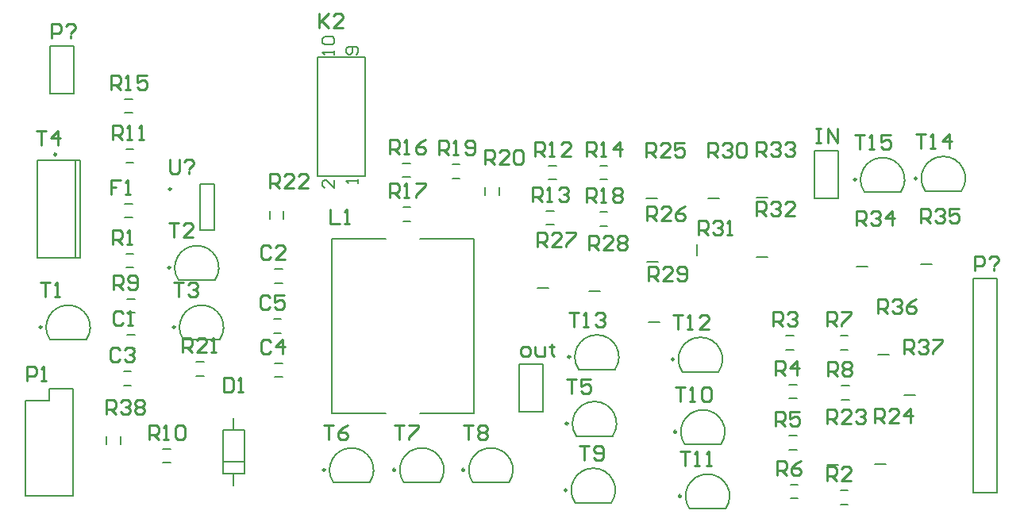
<source format=gto>
G04*
G04 #@! TF.GenerationSoftware,Altium Limited,Altium Designer,21.1.1 (26)*
G04*
G04 Layer_Color=65535*
%FSLAX25Y25*%
%MOIN*%
G70*
G04*
G04 #@! TF.SameCoordinates,B1EDFFF0-04F4-4B73-9F12-1C7DDB0DF417*
G04*
G04*
G04 #@! TF.FilePolarity,Positive*
G04*
G01*
G75*
%ADD10C,0.00984*%
%ADD11C,0.00787*%
%ADD12C,0.00800*%
%ADD13C,0.01000*%
D10*
X383378Y140500D02*
G03*
X383378Y140500I-492J0D01*
G01*
X337378Y116000D02*
G03*
X337378Y116000I-492J0D01*
G01*
X484378Y247000D02*
G03*
X484378Y247000I-492J0D01*
G01*
X458878Y246500D02*
G03*
X458878Y246500I-492J0D01*
G01*
X338878Y172000D02*
G03*
X338878Y172000I-492J0D01*
G01*
X382378Y171000D02*
G03*
X382378Y171000I-492J0D01*
G01*
X385378Y113500D02*
G03*
X385378Y113500I-492J0D01*
G01*
X294378Y124500D02*
G03*
X294378Y124500I-492J0D01*
G01*
X265378D02*
G03*
X265378Y124500I-492J0D01*
G01*
X235878D02*
G03*
X235878Y124500I-492J0D01*
G01*
X337878Y144000D02*
G03*
X337878Y144000I-492J0D01*
G01*
X170878Y209500D02*
G03*
X170878Y209500I-492J0D01*
G01*
X171244Y242500D02*
G03*
X171244Y242500I-492J0D01*
G01*
X122992Y257031D02*
G03*
X122992Y257031I-492J0D01*
G01*
X172878Y184500D02*
G03*
X172878Y184500I-492J0D01*
G01*
X116878D02*
G03*
X116878Y184500I-492J0D01*
G01*
D11*
X402114Y135243D02*
G03*
X386887Y135242I-7614J5257D01*
G01*
X356114Y110743D02*
G03*
X340887Y110742I-7614J5257D01*
G01*
X503114Y241743D02*
G03*
X487887Y241742I-7614J5257D01*
G01*
X477614Y241244D02*
G03*
X462387Y241242I-7614J5257D01*
G01*
X357614Y166744D02*
G03*
X342387Y166742I-7614J5257D01*
G01*
X401114Y165744D02*
G03*
X385887Y165742I-7614J5257D01*
G01*
X404114Y108244D02*
G03*
X388887Y108242I-7614J5257D01*
G01*
X313114Y119244D02*
G03*
X297887Y119242I-7614J5257D01*
G01*
X284114Y119244D02*
G03*
X268887Y119242I-7614J5257D01*
G01*
X254614Y119244D02*
G03*
X239387Y119242I-7614J5257D01*
G01*
X356614Y138743D02*
G03*
X341387Y138742I-7614J5257D01*
G01*
X189614Y204243D02*
G03*
X174387Y204242I-7614J5257D01*
G01*
X191614Y179244D02*
G03*
X176387Y179242I-7614J5257D01*
G01*
X135614Y179244D02*
G03*
X120387Y179242I-7614J5257D01*
G01*
X386887Y135244D02*
X402113D01*
X340887Y110744D02*
X356113D01*
X441500Y258500D02*
X451500D01*
Y238500D02*
Y258500D01*
X441500Y238500D02*
X451500D01*
X441500D02*
Y258500D01*
X486138Y210976D02*
X490862D01*
X459138Y209976D02*
X463862D01*
X487887Y241744D02*
X503113D01*
X462387Y241244D02*
X477613D01*
X508000Y205000D02*
X518000D01*
Y115000D02*
Y205000D01*
X508000Y115000D02*
X518000D01*
X508000D02*
Y205000D01*
X479138Y155976D02*
X483862D01*
X468138Y172976D02*
X472862D01*
X452240Y110047D02*
X455390D01*
X452240Y115953D02*
X455390D01*
X466638Y126976D02*
X471362D01*
X446638Y126520D02*
X451362D01*
X452740Y154047D02*
X455890D01*
X452740Y159953D02*
X455890D01*
X452240Y175047D02*
X455390D01*
X452240Y180953D02*
X455390D01*
X431240Y112547D02*
X434390D01*
X431240Y118453D02*
X434390D01*
X430740Y133047D02*
X433890D01*
X430740Y138953D02*
X433890D01*
X430740Y154547D02*
X433890D01*
X430740Y160453D02*
X433890D01*
X429425Y175047D02*
X432575D01*
X429425Y180953D02*
X432575D01*
X342387Y166744D02*
X357613D01*
X385887Y165744D02*
X401113D01*
X388887Y108244D02*
X404113D01*
X297887Y119244D02*
X313113D01*
X268887D02*
X284113D01*
X239387D02*
X254613D01*
X341387Y138744D02*
X356613D01*
X417138Y213976D02*
X421862D01*
X417138Y238976D02*
X421862D01*
X392063Y214638D02*
Y219362D01*
X396638Y238476D02*
X401362D01*
X371638Y186476D02*
X376362D01*
X346638Y199476D02*
X351362D01*
X325138Y200976D02*
X329862D01*
X371138Y211976D02*
X375862D01*
X370638Y238476D02*
X375362D01*
X351240Y227047D02*
X354390D01*
X351240Y232953D02*
X354390D01*
X351240Y246547D02*
X354390D01*
X351240Y252453D02*
X354390D01*
X328740Y227547D02*
X331890D01*
X328740Y233453D02*
X331890D01*
X329740Y246547D02*
X332890D01*
X329740Y252453D02*
X332890D01*
X308953Y240110D02*
Y243260D01*
X303047Y240110D02*
Y243260D01*
X289240Y247047D02*
X292390D01*
X289240Y252953D02*
X292390D01*
X268610Y229047D02*
X271760D01*
X268610Y234953D02*
X271760D01*
X268425Y247516D02*
X271575D01*
X268425Y253421D02*
X271575D01*
X151740Y274547D02*
X154890D01*
X151740Y280453D02*
X154890D01*
X252815Y248000D02*
Y298000D01*
X232815Y248000D02*
Y298000D01*
Y248000D02*
X252815D01*
X232815Y298000D02*
X252815D01*
X317500Y169000D02*
X327500D01*
Y149000D02*
Y169000D01*
X317500Y149000D02*
X327500D01*
X317500D02*
Y169000D01*
X238579Y148386D02*
Y221614D01*
X298421Y148386D02*
Y221614D01*
X238579Y148386D02*
X261433D01*
X238579Y221614D02*
X261433D01*
X275567Y148386D02*
X298421D01*
X275567Y221614D02*
X298421D01*
X218453Y230110D02*
Y233260D01*
X212547Y230110D02*
Y233260D01*
X214740Y203047D02*
X217890D01*
X214740Y208953D02*
X217890D01*
X214240Y182047D02*
X217390D01*
X214240Y187953D02*
X217390D01*
X214740Y163547D02*
X217890D01*
X214740Y169453D02*
X217890D01*
X152240Y253547D02*
X155390D01*
X152240Y259453D02*
X155390D01*
X192874Y122846D02*
Y141154D01*
Y122846D02*
X202126D01*
Y141154D01*
X192874D02*
X202126D01*
X197500D02*
Y146154D01*
Y117846D02*
Y122846D01*
X192874Y127846D02*
X202126D01*
X174387Y204244D02*
X189613D01*
X151740Y230547D02*
X154890D01*
X151740Y236453D02*
X154890D01*
X183248Y225354D02*
Y244646D01*
Y225354D02*
X189382D01*
Y244646D01*
X183248D02*
X189382D01*
X152240Y209547D02*
X155390D01*
X152240Y215453D02*
X155390D01*
X152740Y190547D02*
X155890D01*
X152740Y196453D02*
X155890D01*
X131043Y213528D02*
Y254472D01*
X133012Y213528D02*
Y254472D01*
X114902Y213528D02*
Y254472D01*
Y213528D02*
X133012D01*
X114902Y254472D02*
X133012D01*
X181740Y164047D02*
X184890D01*
X181740Y169953D02*
X184890D01*
X120500Y302500D02*
X130500D01*
Y282500D02*
Y302500D01*
X120500Y282500D02*
X130500D01*
X120500D02*
Y302500D01*
X176387Y179244D02*
X191613D01*
X120387D02*
X135613D01*
X149953Y135425D02*
Y138575D01*
X144047Y135425D02*
Y138575D01*
X167740Y127547D02*
X170890D01*
X167740Y133453D02*
X170890D01*
X151240Y160047D02*
X154390D01*
X151240Y165953D02*
X154390D01*
X110000Y113500D02*
X130000D01*
Y158500D01*
X120000D02*
X130000D01*
X120000Y153500D02*
Y158500D01*
X110000Y153500D02*
X120000D01*
X110000Y113500D02*
Y153500D01*
X152740Y175547D02*
X155890D01*
X152740Y181453D02*
X155890D01*
D12*
X239815Y299000D02*
Y300666D01*
Y299833D01*
X234817D01*
X235650Y299000D01*
Y303165D02*
X234817Y303998D01*
Y305664D01*
X235650Y306498D01*
X238982D01*
X239815Y305664D01*
Y303998D01*
X238982Y303165D01*
X235650D01*
X248982Y299000D02*
X249815Y299833D01*
Y301499D01*
X248982Y302332D01*
X245650D01*
X244817Y301499D01*
Y299833D01*
X245650Y299000D01*
X246483D01*
X247316Y299833D01*
Y302332D01*
X249815Y245000D02*
Y246666D01*
Y245833D01*
X244817D01*
X245650Y245000D01*
X239815Y246332D02*
Y243000D01*
X236483Y246332D01*
X235650D01*
X234817Y245499D01*
Y243833D01*
X235650Y243000D01*
D13*
X170800Y254998D02*
Y250000D01*
X171800Y249000D01*
X173799D01*
X174799Y250000D01*
Y254998D01*
X176798Y253998D02*
X177798Y254998D01*
X179797D01*
X180797Y253998D01*
Y252999D01*
X178797Y250999D01*
Y250000D02*
Y249000D01*
X458400Y265198D02*
X462399D01*
X460399D01*
Y259200D01*
X464398D02*
X466397D01*
X465398D01*
Y265198D01*
X464398Y264198D01*
X473395Y265198D02*
X469396D01*
Y262199D01*
X471396Y263199D01*
X472396D01*
X473395Y262199D01*
Y260200D01*
X472396Y259200D01*
X470396D01*
X469396Y260200D01*
X483900Y265698D02*
X487899D01*
X485899D01*
Y259700D01*
X489898D02*
X491897D01*
X490898D01*
Y265698D01*
X489898Y264698D01*
X497895Y259700D02*
Y265698D01*
X494896Y262699D01*
X498895D01*
X338400Y190698D02*
X342399D01*
X340399D01*
Y184700D01*
X344398D02*
X346397D01*
X345398D01*
Y190698D01*
X344398Y189698D01*
X349396D02*
X350396Y190698D01*
X352396D01*
X353395Y189698D01*
Y188699D01*
X352396Y187699D01*
X351396D01*
X352396D01*
X353395Y186699D01*
Y185700D01*
X352396Y184700D01*
X350396D01*
X349396Y185700D01*
X381900Y189698D02*
X385899D01*
X383899D01*
Y183700D01*
X387898D02*
X389897D01*
X388898D01*
Y189698D01*
X387898Y188698D01*
X396895Y183700D02*
X392896D01*
X396895Y187699D01*
Y188698D01*
X395896Y189698D01*
X393896D01*
X392896Y188698D01*
X384900Y132198D02*
X388899D01*
X386899D01*
Y126200D01*
X390898D02*
X392897D01*
X391898D01*
Y132198D01*
X390898Y131198D01*
X395896Y126200D02*
X397896D01*
X396896D01*
Y132198D01*
X395896Y131198D01*
X382900Y159198D02*
X386899D01*
X384899D01*
Y153200D01*
X388898D02*
X390897D01*
X389898D01*
Y159198D01*
X388898Y158198D01*
X393896D02*
X394896Y159198D01*
X396896D01*
X397895Y158198D01*
Y154200D01*
X396896Y153200D01*
X394896D01*
X393896Y154200D01*
Y158198D01*
X342686Y134499D02*
X346685D01*
X344686D01*
Y128501D01*
X348685Y129501D02*
X349684Y128501D01*
X351683D01*
X352683Y129501D01*
Y133499D01*
X351683Y134499D01*
X349684D01*
X348685Y133499D01*
Y132500D01*
X349684Y131500D01*
X352683D01*
X293900Y143198D02*
X297899D01*
X295899D01*
Y137200D01*
X299898Y142198D02*
X300898Y143198D01*
X302897D01*
X303897Y142198D01*
Y141199D01*
X302897Y140199D01*
X303897Y139199D01*
Y138200D01*
X302897Y137200D01*
X300898D01*
X299898Y138200D01*
Y139199D01*
X300898Y140199D01*
X299898Y141199D01*
Y142198D01*
X300898Y140199D02*
X302897D01*
X264900Y143198D02*
X268899D01*
X266899D01*
Y137200D01*
X270898Y143198D02*
X274897D01*
Y142198D01*
X270898Y138200D01*
Y137200D01*
X235400Y143198D02*
X239399D01*
X237399D01*
Y137200D01*
X245397Y143198D02*
X243397Y142198D01*
X241398Y140199D01*
Y138200D01*
X242398Y137200D01*
X244397D01*
X245397Y138200D01*
Y139199D01*
X244397Y140199D01*
X241398D01*
X337400Y162698D02*
X341399D01*
X339399D01*
Y156700D01*
X347397Y162698D02*
X343398D01*
Y159699D01*
X345397Y160699D01*
X346397D01*
X347397Y159699D01*
Y157700D01*
X346397Y156700D01*
X344398D01*
X343398Y157700D01*
X114800Y266998D02*
X118799D01*
X116799D01*
Y261000D01*
X123797D02*
Y266998D01*
X120798Y263999D01*
X124797D01*
X172400Y203198D02*
X176399D01*
X174399D01*
Y197200D01*
X178398Y202198D02*
X179398Y203198D01*
X181397D01*
X182397Y202198D01*
Y201199D01*
X181397Y200199D01*
X180397D01*
X181397D01*
X182397Y199199D01*
Y198200D01*
X181397Y197200D01*
X179398D01*
X178398Y198200D01*
X170400Y228198D02*
X174399D01*
X172399D01*
Y222200D01*
X180397D02*
X176398D01*
X180397Y226199D01*
Y227198D01*
X179397Y228198D01*
X177398D01*
X176398Y227198D01*
X116400Y203198D02*
X120399D01*
X118399D01*
Y197200D01*
X122398D02*
X124397D01*
X123398D01*
Y203198D01*
X122398Y202198D01*
X144100Y148100D02*
Y154098D01*
X147099D01*
X148099Y153098D01*
Y151099D01*
X147099Y150099D01*
X144100D01*
X146099D02*
X148099Y148100D01*
X150098Y153098D02*
X151098Y154098D01*
X153097D01*
X154097Y153098D01*
Y152099D01*
X153097Y151099D01*
X152097D01*
X153097D01*
X154097Y150099D01*
Y149100D01*
X153097Y148100D01*
X151098D01*
X150098Y149100D01*
X156096Y153098D02*
X157096Y154098D01*
X159095D01*
X160095Y153098D01*
Y152099D01*
X159095Y151099D01*
X160095Y150099D01*
Y149100D01*
X159095Y148100D01*
X157096D01*
X156096Y149100D01*
Y150099D01*
X157096Y151099D01*
X156096Y152099D01*
Y153098D01*
X157096Y151099D02*
X159095D01*
X479100Y173300D02*
Y179298D01*
X482099D01*
X483099Y178298D01*
Y176299D01*
X482099Y175299D01*
X479100D01*
X481099D02*
X483099Y173300D01*
X485098Y178298D02*
X486098Y179298D01*
X488097D01*
X489097Y178298D01*
Y177299D01*
X488097Y176299D01*
X487097D01*
X488097D01*
X489097Y175299D01*
Y174300D01*
X488097Y173300D01*
X486098D01*
X485098Y174300D01*
X491096Y179298D02*
X495095D01*
Y178298D01*
X491096Y174300D01*
Y173300D01*
X468100Y190300D02*
Y196298D01*
X471099D01*
X472099Y195298D01*
Y193299D01*
X471099Y192299D01*
X468100D01*
X470099D02*
X472099Y190300D01*
X474098Y195298D02*
X475098Y196298D01*
X477097D01*
X478097Y195298D01*
Y194299D01*
X477097Y193299D01*
X476097D01*
X477097D01*
X478097Y192299D01*
Y191300D01*
X477097Y190300D01*
X475098D01*
X474098Y191300D01*
X484095Y196298D02*
X482095Y195298D01*
X480096Y193299D01*
Y191300D01*
X481096Y190300D01*
X483095D01*
X484095Y191300D01*
Y192299D01*
X483095Y193299D01*
X480096D01*
X486100Y228300D02*
Y234298D01*
X489099D01*
X490099Y233298D01*
Y231299D01*
X489099Y230299D01*
X486100D01*
X488099D02*
X490099Y228300D01*
X492098Y233298D02*
X493098Y234298D01*
X495097D01*
X496097Y233298D01*
Y232299D01*
X495097Y231299D01*
X494097D01*
X495097D01*
X496097Y230299D01*
Y229300D01*
X495097Y228300D01*
X493098D01*
X492098Y229300D01*
X502095Y234298D02*
X498096D01*
Y231299D01*
X500096Y232299D01*
X501095D01*
X502095Y231299D01*
Y229300D01*
X501095Y228300D01*
X499096D01*
X498096Y229300D01*
X459100Y227300D02*
Y233298D01*
X462099D01*
X463099Y232298D01*
Y230299D01*
X462099Y229299D01*
X459100D01*
X461099D02*
X463099Y227300D01*
X465098Y232298D02*
X466098Y233298D01*
X468097D01*
X469097Y232298D01*
Y231299D01*
X468097Y230299D01*
X467097D01*
X468097D01*
X469097Y229299D01*
Y228300D01*
X468097Y227300D01*
X466098D01*
X465098Y228300D01*
X474095Y227300D02*
Y233298D01*
X471096Y230299D01*
X475095D01*
X417100Y256300D02*
Y262298D01*
X420099D01*
X421099Y261298D01*
Y259299D01*
X420099Y258299D01*
X417100D01*
X419099D02*
X421099Y256300D01*
X423098Y261298D02*
X424098Y262298D01*
X426097D01*
X427097Y261298D01*
Y260299D01*
X426097Y259299D01*
X425097D01*
X426097D01*
X427097Y258299D01*
Y257300D01*
X426097Y256300D01*
X424098D01*
X423098Y257300D01*
X429096Y261298D02*
X430096Y262298D01*
X432095D01*
X433095Y261298D01*
Y260299D01*
X432095Y259299D01*
X431096D01*
X432095D01*
X433095Y258299D01*
Y257300D01*
X432095Y256300D01*
X430096D01*
X429096Y257300D01*
X417100Y231300D02*
Y237298D01*
X420099D01*
X421099Y236298D01*
Y234299D01*
X420099Y233299D01*
X417100D01*
X419099D02*
X421099Y231300D01*
X423098Y236298D02*
X424098Y237298D01*
X426097D01*
X427097Y236298D01*
Y235299D01*
X426097Y234299D01*
X425097D01*
X426097D01*
X427097Y233299D01*
Y232300D01*
X426097Y231300D01*
X424098D01*
X423098Y232300D01*
X433095Y231300D02*
X429096D01*
X433095Y235299D01*
Y236298D01*
X432095Y237298D01*
X430096D01*
X429096Y236298D01*
X392700Y223400D02*
Y229398D01*
X395699D01*
X396699Y228398D01*
Y226399D01*
X395699Y225399D01*
X392700D01*
X394699D02*
X396699Y223400D01*
X398698Y228398D02*
X399698Y229398D01*
X401697D01*
X402697Y228398D01*
Y227399D01*
X401697Y226399D01*
X400697D01*
X401697D01*
X402697Y225399D01*
Y224400D01*
X401697Y223400D01*
X399698D01*
X398698Y224400D01*
X404696Y223400D02*
X406696D01*
X405696D01*
Y229398D01*
X404696Y228398D01*
X396600Y255800D02*
Y261798D01*
X399599D01*
X400599Y260798D01*
Y258799D01*
X399599Y257799D01*
X396600D01*
X398599D02*
X400599Y255800D01*
X402598Y260798D02*
X403598Y261798D01*
X405597D01*
X406597Y260798D01*
Y259799D01*
X405597Y258799D01*
X404597D01*
X405597D01*
X406597Y257799D01*
Y256800D01*
X405597Y255800D01*
X403598D01*
X402598Y256800D01*
X408596Y260798D02*
X409596Y261798D01*
X411595D01*
X412595Y260798D01*
Y256800D01*
X411595Y255800D01*
X409596D01*
X408596Y256800D01*
Y260798D01*
X371600Y203800D02*
Y209798D01*
X374599D01*
X375599Y208798D01*
Y206799D01*
X374599Y205799D01*
X371600D01*
X373599D02*
X375599Y203800D01*
X381597D02*
X377598D01*
X381597Y207799D01*
Y208798D01*
X380597Y209798D01*
X378598D01*
X377598Y208798D01*
X383596Y204800D02*
X384596Y203800D01*
X386595D01*
X387595Y204800D01*
Y208798D01*
X386595Y209798D01*
X384596D01*
X383596Y208798D01*
Y207799D01*
X384596Y206799D01*
X387595D01*
X346600Y216800D02*
Y222798D01*
X349599D01*
X350599Y221798D01*
Y219799D01*
X349599Y218799D01*
X346600D01*
X348599D02*
X350599Y216800D01*
X356597D02*
X352598D01*
X356597Y220799D01*
Y221798D01*
X355597Y222798D01*
X353598D01*
X352598Y221798D01*
X358596D02*
X359596Y222798D01*
X361595D01*
X362595Y221798D01*
Y220799D01*
X361595Y219799D01*
X362595Y218799D01*
Y217800D01*
X361595Y216800D01*
X359596D01*
X358596Y217800D01*
Y218799D01*
X359596Y219799D01*
X358596Y220799D01*
Y221798D01*
X359596Y219799D02*
X361595D01*
X325100Y218300D02*
Y224298D01*
X328099D01*
X329099Y223298D01*
Y221299D01*
X328099Y220299D01*
X325100D01*
X327099D02*
X329099Y218300D01*
X335097D02*
X331098D01*
X335097Y222299D01*
Y223298D01*
X334097Y224298D01*
X332098D01*
X331098Y223298D01*
X337096Y224298D02*
X341095D01*
Y223298D01*
X337096Y219300D01*
Y218300D01*
X371100Y229300D02*
Y235298D01*
X374099D01*
X375099Y234298D01*
Y232299D01*
X374099Y231299D01*
X371100D01*
X373099D02*
X375099Y229300D01*
X381097D02*
X377098D01*
X381097Y233299D01*
Y234298D01*
X380097Y235298D01*
X378098D01*
X377098Y234298D01*
X387095Y235298D02*
X385096Y234298D01*
X383096Y232299D01*
Y230300D01*
X384096Y229300D01*
X386095D01*
X387095Y230300D01*
Y231299D01*
X386095Y232299D01*
X383096D01*
X370600Y255800D02*
Y261798D01*
X373599D01*
X374599Y260798D01*
Y258799D01*
X373599Y257799D01*
X370600D01*
X372599D02*
X374599Y255800D01*
X380597D02*
X376598D01*
X380597Y259799D01*
Y260798D01*
X379597Y261798D01*
X377598D01*
X376598Y260798D01*
X386595Y261798D02*
X382596D01*
Y258799D01*
X384595Y259799D01*
X385595D01*
X386595Y258799D01*
Y256800D01*
X385595Y255800D01*
X383596D01*
X382596Y256800D01*
X466600Y144300D02*
Y150298D01*
X469599D01*
X470599Y149298D01*
Y147299D01*
X469599Y146299D01*
X466600D01*
X468599D02*
X470599Y144300D01*
X476597D02*
X472598D01*
X476597Y148299D01*
Y149298D01*
X475597Y150298D01*
X473598D01*
X472598Y149298D01*
X481595Y144300D02*
Y150298D01*
X478596Y147299D01*
X482595D01*
X446600Y143900D02*
Y149898D01*
X449599D01*
X450599Y148898D01*
Y146899D01*
X449599Y145899D01*
X446600D01*
X448599D02*
X450599Y143900D01*
X456597D02*
X452598D01*
X456597Y147899D01*
Y148898D01*
X455597Y149898D01*
X453598D01*
X452598Y148898D01*
X458596D02*
X459596Y149898D01*
X461595D01*
X462595Y148898D01*
Y147899D01*
X461595Y146899D01*
X460596D01*
X461595D01*
X462595Y145899D01*
Y144900D01*
X461595Y143900D01*
X459596D01*
X458596Y144900D01*
X212600Y242800D02*
Y248798D01*
X215599D01*
X216599Y247798D01*
Y245799D01*
X215599Y244799D01*
X212600D01*
X214599D02*
X216599Y242800D01*
X222597D02*
X218598D01*
X222597Y246799D01*
Y247798D01*
X221597Y248798D01*
X219598D01*
X218598Y247798D01*
X228595Y242800D02*
X224596D01*
X228595Y246799D01*
Y247798D01*
X227595Y248798D01*
X225596D01*
X224596Y247798D01*
X176200Y173900D02*
Y179898D01*
X179199D01*
X180199Y178898D01*
Y176899D01*
X179199Y175899D01*
X176200D01*
X178199D02*
X180199Y173900D01*
X186197D02*
X182198D01*
X186197Y177899D01*
Y178898D01*
X185197Y179898D01*
X183198D01*
X182198Y178898D01*
X188196Y173900D02*
X190196D01*
X189196D01*
Y179898D01*
X188196Y178898D01*
X303100Y252800D02*
Y258798D01*
X306099D01*
X307099Y257798D01*
Y255799D01*
X306099Y254799D01*
X303100D01*
X305099D02*
X307099Y252800D01*
X313097D02*
X309098D01*
X313097Y256799D01*
Y257798D01*
X312097Y258798D01*
X310098D01*
X309098Y257798D01*
X315096D02*
X316096Y258798D01*
X318095D01*
X319095Y257798D01*
Y253800D01*
X318095Y252800D01*
X316096D01*
X315096Y253800D01*
Y257798D01*
X283700Y256900D02*
Y262898D01*
X286699D01*
X287699Y261898D01*
Y259899D01*
X286699Y258899D01*
X283700D01*
X285699D02*
X287699Y256900D01*
X289698D02*
X291697D01*
X290698D01*
Y262898D01*
X289698Y261898D01*
X294696Y257900D02*
X295696Y256900D01*
X297695D01*
X298695Y257900D01*
Y261898D01*
X297695Y262898D01*
X295696D01*
X294696Y261898D01*
Y260899D01*
X295696Y259899D01*
X298695D01*
X345700Y236900D02*
Y242898D01*
X348699D01*
X349699Y241898D01*
Y239899D01*
X348699Y238899D01*
X345700D01*
X347699D02*
X349699Y236900D01*
X351698D02*
X353697D01*
X352698D01*
Y242898D01*
X351698Y241898D01*
X356696D02*
X357696Y242898D01*
X359696D01*
X360695Y241898D01*
Y240899D01*
X359696Y239899D01*
X360695Y238899D01*
Y237900D01*
X359696Y236900D01*
X357696D01*
X356696Y237900D01*
Y238899D01*
X357696Y239899D01*
X356696Y240899D01*
Y241898D01*
X357696Y239899D02*
X359696D01*
X263100Y238900D02*
Y244898D01*
X266099D01*
X267099Y243898D01*
Y241899D01*
X266099Y240899D01*
X263100D01*
X265099D02*
X267099Y238900D01*
X269098D02*
X271097D01*
X270098D01*
Y244898D01*
X269098Y243898D01*
X274096Y244898D02*
X278095D01*
Y243898D01*
X274096Y239900D01*
Y238900D01*
X262900Y257400D02*
Y263398D01*
X265899D01*
X266899Y262398D01*
Y260399D01*
X265899Y259399D01*
X262900D01*
X264899D02*
X266899Y257400D01*
X268898D02*
X270897D01*
X269898D01*
Y263398D01*
X268898Y262398D01*
X277895Y263398D02*
X275896Y262398D01*
X273896Y260399D01*
Y258400D01*
X274896Y257400D01*
X276895D01*
X277895Y258400D01*
Y259399D01*
X276895Y260399D01*
X273896D01*
X146200Y284400D02*
Y290398D01*
X149199D01*
X150199Y289398D01*
Y287399D01*
X149199Y286399D01*
X146200D01*
X148199D02*
X150199Y284400D01*
X152198D02*
X154197D01*
X153198D01*
Y290398D01*
X152198Y289398D01*
X161195Y290398D02*
X157196D01*
Y287399D01*
X159196Y288399D01*
X160196D01*
X161195Y287399D01*
Y285400D01*
X160196Y284400D01*
X158196D01*
X157196Y285400D01*
X345700Y256400D02*
Y262398D01*
X348699D01*
X349699Y261398D01*
Y259399D01*
X348699Y258399D01*
X345700D01*
X347699D02*
X349699Y256400D01*
X351698D02*
X353697D01*
X352698D01*
Y262398D01*
X351698Y261398D01*
X359696Y256400D02*
Y262398D01*
X356696Y259399D01*
X360695D01*
X323200Y237400D02*
Y243398D01*
X326199D01*
X327199Y242398D01*
Y240399D01*
X326199Y239399D01*
X323200D01*
X325199D02*
X327199Y237400D01*
X329198D02*
X331197D01*
X330198D01*
Y243398D01*
X329198Y242398D01*
X334196D02*
X335196Y243398D01*
X337195D01*
X338195Y242398D01*
Y241399D01*
X337195Y240399D01*
X336196D01*
X337195D01*
X338195Y239399D01*
Y238400D01*
X337195Y237400D01*
X335196D01*
X334196Y238400D01*
X324200Y256400D02*
Y262398D01*
X327199D01*
X328199Y261398D01*
Y259399D01*
X327199Y258399D01*
X324200D01*
X326199D02*
X328199Y256400D01*
X330198D02*
X332197D01*
X331198D01*
Y262398D01*
X330198Y261398D01*
X339195Y256400D02*
X335196D01*
X339195Y260399D01*
Y261398D01*
X338195Y262398D01*
X336196D01*
X335196Y261398D01*
X146700Y263400D02*
Y269398D01*
X149699D01*
X150699Y268398D01*
Y266399D01*
X149699Y265399D01*
X146700D01*
X148699D02*
X150699Y263400D01*
X152698D02*
X154697D01*
X153698D01*
Y269398D01*
X152698Y268398D01*
X157696Y263400D02*
X159696D01*
X158696D01*
Y269398D01*
X157696Y268398D01*
X162200Y137400D02*
Y143398D01*
X165199D01*
X166199Y142398D01*
Y140399D01*
X165199Y139399D01*
X162200D01*
X164199D02*
X166199Y137400D01*
X168198D02*
X170197D01*
X169198D01*
Y143398D01*
X168198Y142398D01*
X173196D02*
X174196Y143398D01*
X176196D01*
X177195Y142398D01*
Y138400D01*
X176196Y137400D01*
X174196D01*
X173196Y138400D01*
Y142398D01*
X147200Y200400D02*
Y206398D01*
X150199D01*
X151199Y205398D01*
Y203399D01*
X150199Y202399D01*
X147200D01*
X149199D02*
X151199Y200400D01*
X153198Y201400D02*
X154198Y200400D01*
X156197D01*
X157197Y201400D01*
Y205398D01*
X156197Y206398D01*
X154198D01*
X153198Y205398D01*
Y204399D01*
X154198Y203399D01*
X157197D01*
X447200Y163900D02*
Y169898D01*
X450199D01*
X451199Y168898D01*
Y166899D01*
X450199Y165899D01*
X447200D01*
X449199D02*
X451199Y163900D01*
X453198Y168898D02*
X454198Y169898D01*
X456197D01*
X457197Y168898D01*
Y167899D01*
X456197Y166899D01*
X457197Y165899D01*
Y164900D01*
X456197Y163900D01*
X454198D01*
X453198Y164900D01*
Y165899D01*
X454198Y166899D01*
X453198Y167899D01*
Y168898D01*
X454198Y166899D02*
X456197D01*
X446700Y184900D02*
Y190898D01*
X449699D01*
X450699Y189898D01*
Y187899D01*
X449699Y186899D01*
X446700D01*
X448699D02*
X450699Y184900D01*
X452698Y190898D02*
X456697D01*
Y189898D01*
X452698Y185900D01*
Y184900D01*
X425700Y122400D02*
Y128398D01*
X428699D01*
X429699Y127398D01*
Y125399D01*
X428699Y124399D01*
X425700D01*
X427699D02*
X429699Y122400D01*
X435697Y128398D02*
X433697Y127398D01*
X431698Y125399D01*
Y123400D01*
X432698Y122400D01*
X434697D01*
X435697Y123400D01*
Y124399D01*
X434697Y125399D01*
X431698D01*
X425200Y142900D02*
Y148898D01*
X428199D01*
X429199Y147898D01*
Y145899D01*
X428199Y144899D01*
X425200D01*
X427199D02*
X429199Y142900D01*
X435197Y148898D02*
X431198D01*
Y145899D01*
X433197Y146899D01*
X434197D01*
X435197Y145899D01*
Y143900D01*
X434197Y142900D01*
X432198D01*
X431198Y143900D01*
X425200Y164400D02*
Y170398D01*
X428199D01*
X429199Y169398D01*
Y167399D01*
X428199Y166399D01*
X425200D01*
X427199D02*
X429199Y164400D01*
X434197D02*
Y170398D01*
X431198Y167399D01*
X435197D01*
X423900Y184900D02*
Y190898D01*
X426899D01*
X427899Y189898D01*
Y187899D01*
X426899Y186899D01*
X423900D01*
X425899D02*
X427899Y184900D01*
X429898Y189898D02*
X430898Y190898D01*
X432897D01*
X433897Y189898D01*
Y188899D01*
X432897Y187899D01*
X431897D01*
X432897D01*
X433897Y186899D01*
Y185900D01*
X432897Y184900D01*
X430898D01*
X429898Y185900D01*
X446700Y119900D02*
Y125898D01*
X449699D01*
X450699Y124898D01*
Y122899D01*
X449699Y121899D01*
X446700D01*
X448699D02*
X450699Y119900D01*
X456697D02*
X452698D01*
X456697Y123899D01*
Y124898D01*
X455697Y125898D01*
X453698D01*
X452698Y124898D01*
X146700Y219400D02*
Y225398D01*
X149699D01*
X150699Y224398D01*
Y222399D01*
X149699Y221399D01*
X146700D01*
X148699D02*
X150699Y219400D01*
X152698D02*
X154697D01*
X153698D01*
Y225398D01*
X152698Y224398D01*
X121100Y305900D02*
Y311898D01*
X124099D01*
X125099Y310898D01*
Y308899D01*
X124099Y307899D01*
X121100D01*
X127098Y310898D02*
X128098Y311898D01*
X130097D01*
X131097Y310898D01*
Y309899D01*
X129097Y307899D01*
Y306900D02*
Y305900D01*
X508600Y208400D02*
Y214398D01*
X511599D01*
X512599Y213398D01*
Y211399D01*
X511599Y210399D01*
X508600D01*
X514598Y213398D02*
X515598Y214398D01*
X517597D01*
X518597Y213398D01*
Y212399D01*
X516597Y210399D01*
Y209400D02*
Y208400D01*
X110600Y161900D02*
Y167898D01*
X113599D01*
X114599Y166898D01*
Y164899D01*
X113599Y163899D01*
X110600D01*
X116598Y161900D02*
X118597D01*
X117598D01*
Y167898D01*
X116598Y166898D01*
X319100Y172400D02*
X321099D01*
X322099Y173400D01*
Y175399D01*
X321099Y176399D01*
X319100D01*
X318100Y175399D01*
Y173400D01*
X319100Y172400D01*
X324098Y176399D02*
Y173400D01*
X325098Y172400D01*
X328097D01*
Y176399D01*
X331096Y177398D02*
Y176399D01*
X330096D01*
X332096D01*
X331096D01*
Y173400D01*
X332096Y172400D01*
X238200Y233998D02*
Y228000D01*
X242199D01*
X244198D02*
X246197D01*
X245198D01*
Y233998D01*
X244198Y232998D01*
X233400Y316298D02*
Y310300D01*
Y312299D01*
X237399Y316298D01*
X234400Y313299D01*
X237399Y310300D01*
X243397D02*
X239398D01*
X243397Y314299D01*
Y315298D01*
X242397Y316298D01*
X240398D01*
X239398Y315298D01*
X442100Y267898D02*
X444099D01*
X443100D01*
Y261900D01*
X442100D01*
X444099D01*
X447098D02*
Y267898D01*
X451097Y261900D01*
Y267898D01*
X150199Y246398D02*
X146200D01*
Y243399D01*
X148199D01*
X146200D01*
Y240400D01*
X152198D02*
X154197D01*
X153198D01*
Y246398D01*
X152198Y245398D01*
X193500Y163198D02*
Y157200D01*
X196499D01*
X197499Y158200D01*
Y162198D01*
X196499Y163198D01*
X193500D01*
X199498Y157200D02*
X201497D01*
X200498D01*
Y163198D01*
X199498Y162198D01*
X212699Y196898D02*
X211699Y197898D01*
X209700D01*
X208700Y196898D01*
Y192900D01*
X209700Y191900D01*
X211699D01*
X212699Y192900D01*
X218697Y197898D02*
X214698D01*
Y194899D01*
X216697Y195899D01*
X217697D01*
X218697Y194899D01*
Y192900D01*
X217697Y191900D01*
X215698D01*
X214698Y192900D01*
X213199Y178398D02*
X212199Y179398D01*
X210200D01*
X209200Y178398D01*
Y174400D01*
X210200Y173400D01*
X212199D01*
X213199Y174400D01*
X218197Y173400D02*
Y179398D01*
X215198Y176399D01*
X219197D01*
X149699Y174898D02*
X148699Y175898D01*
X146700D01*
X145700Y174898D01*
Y170900D01*
X146700Y169900D01*
X148699D01*
X149699Y170900D01*
X151698Y174898D02*
X152698Y175898D01*
X154697D01*
X155697Y174898D01*
Y173899D01*
X154697Y172899D01*
X153697D01*
X154697D01*
X155697Y171899D01*
Y170900D01*
X154697Y169900D01*
X152698D01*
X151698Y170900D01*
X213199Y217898D02*
X212199Y218898D01*
X210200D01*
X209200Y217898D01*
Y213900D01*
X210200Y212900D01*
X212199D01*
X213199Y213900D01*
X219197Y212900D02*
X215198D01*
X219197Y216899D01*
Y217898D01*
X218197Y218898D01*
X216198D01*
X215198Y217898D01*
X151199Y190398D02*
X150199Y191398D01*
X148200D01*
X147200Y190398D01*
Y186400D01*
X148200Y185400D01*
X150199D01*
X151199Y186400D01*
X153198Y185400D02*
X155197D01*
X154198D01*
Y191398D01*
X153198Y190398D01*
M02*

</source>
